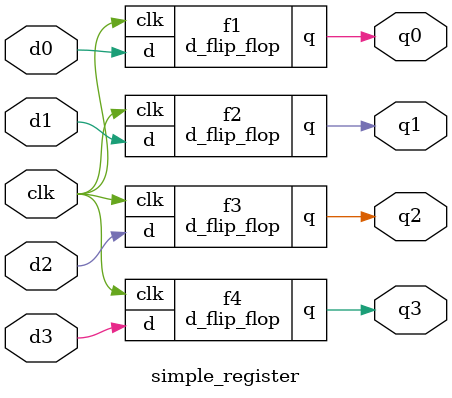
<source format=v>
module d_flip_flop(q, d, clk);
  input d, clk;
  output reg q;
  
  //sempre que ocorrer a borda positiva, o sinal de d eh amostrado na saida
  always @(posedge clk)
    q <= d;
  
endmodule

module simple_register (q0, q1, q2, q3, d0, d1, d2, d3, clk);
  input d0, d1, d2, d3, clk;
  output q0, q1, q2, q3;
  
  //quatro flip flops controlados por um unico clock
  //cada flip flop recebe uma entrada e possui uma saida
  //entradas e saidas em paralelo
  d_flip_flop f1 (q0, d0, clk);
  d_flip_flop f2 (q1, d1, clk);
  d_flip_flop f3 (q2, d2, clk);
  d_flip_flop f4 (q3, d3, clk);
  
endmodule 
</source>
